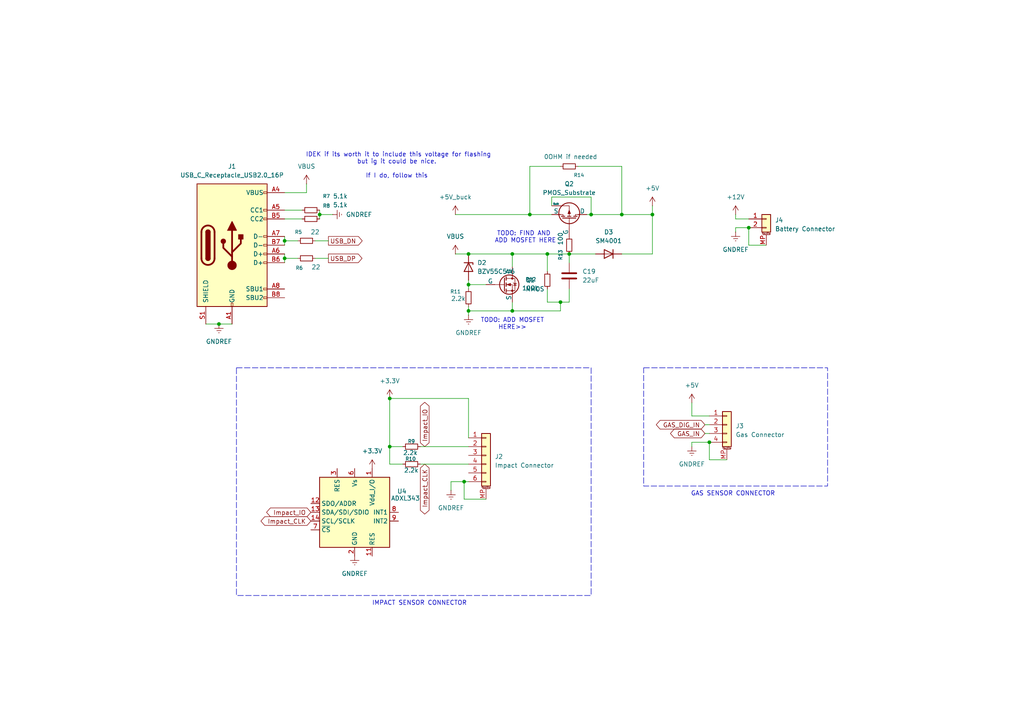
<source format=kicad_sch>
(kicad_sch (version 20250114) (generator "eeschema") (generator_version "9.0")
  (paper "A4")
  (title_block (date "2025-10-01"))
  (lib_symbols
    (symbol "Connector:USB_C_Receptacle_USB2.0_16P" (pin_names (offset 1.016))
      (property "Reference" "J" (at 0 22.225 0))
      (property "Value" "USB_C_Receptacle_USB2.0_16P" (at 0 19.685 0))
      (symbol "USB_C_Receptacle_USB2.0_16P_0_0"
        (rectangle (start -0.254 -17.78) (end 0.254 -16.764))
        (rectangle (start 10.16 15.494) (end 9.144 14.986))
        (rectangle (start 10.16 10.414) (end 9.144 9.906))
        (rectangle (start 10.16 7.874) (end 9.144 7.366))
        (rectangle (start 10.16 2.794) (end 9.144 2.286))
        (rectangle (start 10.16 0.254) (end 9.144 -0.254))
        (rectangle (start 10.16 -2.286) (end 9.144 -2.794))
        (rectangle (start 10.16 -4.826) (end 9.144 -5.334))
        (rectangle (start 10.16 -12.446) (end 9.144 -12.954))
        (rectangle (start 10.16 -14.986) (end 9.144 -15.494))
      )
      (symbol "USB_C_Receptacle_USB2.0_16P_0_1"
        (rectangle (start -10.16 17.78) (end 10.16 -17.78) (stroke (width 0.254)) (fill (type background)))
        (polyline (pts (xy -8.89 -3.81) (xy -8.89 3.81)) (stroke (width 0.508)))
        (rectangle (start -7.62 -3.81) (end -6.35 3.81) (stroke (width 0.254)) (fill (type outline)))
        (arc (start -7.62 3.81) (mid -6.985 4.4423) (end -6.35 3.81) (stroke (width 0.254)))
        (arc (start -7.62 3.81) (mid -6.985 4.4423) (end -6.35 3.81) (stroke (width 0.254)) (fill (type outline)))
        (arc (start -8.89 3.81) (mid -6.985 5.7067) (end -5.08 3.81) (stroke (width 0.508)))
        (arc (start -5.08 -3.81) (mid -6.985 -5.7067) (end -8.89 -3.81) (stroke (width 0.508)))
        (arc (start -6.35 -3.81) (mid -6.985 -4.4423) (end -7.62 -3.81) (stroke (width 0.254)))
        (arc (start -6.35 -3.81) (mid -6.985 -4.4423) (end -7.62 -3.81) (stroke (width 0.254)) (fill (type outline)))
        (polyline (pts (xy -5.08 3.81) (xy -5.08 -3.81)) (stroke (width 0.508)))
        (circle (center -2.54 1.143) (radius 0.635) (stroke (width 0.254)) (fill (type outline)))
        (polyline (pts (xy -1.27 4.318) (xy 0 6.858) (xy 1.27 4.318) (xy -1.27 4.318)) (stroke (width 0.254)) (fill (type outline)))
        (polyline (pts (xy 0 -2.032) (xy 2.54 0.508) (xy 2.54 1.778)) (stroke (width 0.508)))
        (polyline (pts (xy 0 -3.302) (xy -2.54 -0.762) (xy -2.54 0.508)) (stroke (width 0.508)))
        (polyline (pts (xy 0 -5.842) (xy 0 4.318)) (stroke (width 0.508)))
        (circle (center 0 -5.842) (radius 1.27) (fill (type outline)))
        (rectangle (start 1.905 1.778) (end 3.175 3.048) (stroke (width 0.254)) (fill (type outline)))
      )
      (symbol "USB_C_Receptacle_USB2.0_16P_1_1"
        (pin passive line (at -7.62 -22.86 90) (length 5.08) (name "SHIELD") (number "S1"))
        (pin passive line (at 0 -22.86 90) (length 5.08) (name "GND") (number "A1"))
        (pin passive line (at 0 -22.86 90) (length 5.08) (hide yes) (name "GND") (number "A12"))
        (pin passive line (at 0 -22.86 90) (length 5.08) (hide yes) (name "GND") (number "B1"))
        (pin passive line (at 0 -22.86 90) (length 5.08) (hide yes) (name "GND") (number "B12"))
        (pin passive line (at 15.24 15.24 180) (length 5.08) (name "VBUS") (number "A4"))
        (pin passive line (at 15.24 15.24 180) (length 5.08) (hide yes) (name "VBUS") (number "A9"))
        (pin passive line (at 15.24 15.24 180) (length 5.08) (hide yes) (name "VBUS") (number "B4"))
        (pin passive line (at 15.24 15.24 180) (length 5.08) (hide yes) (name "VBUS") (number "B9"))
        (pin bidirectional line (at 15.24 10.16 180) (length 5.08) (name "CC1") (number "A5"))
        (pin bidirectional line (at 15.24 7.62 180) (length 5.08) (name "CC2") (number "B5"))
        (pin bidirectional line (at 15.24 2.54 180) (length 5.08) (name "D-") (number "A7"))
        (pin bidirectional line (at 15.24 0 180) (length 5.08) (name "D-") (number "B7"))
        (pin bidirectional line (at 15.24 -2.54 180) (length 5.08) (name "D+") (number "A6"))
        (pin bidirectional line (at 15.24 -5.08 180) (length 5.08) (name "D+") (number "B6"))
        (pin bidirectional line (at 15.24 -12.7 180) (length 5.08) (name "SBU1") (number "A8"))
        (pin bidirectional line (at 15.24 -15.24 180) (length 5.08) (name "SBU2") (number "B8"))
      )
    )
    (symbol "Connector_Generic_MountingPin:Conn_01x02_MountingPin" (pin_names (offset 1.016) (hide yes))
      (property "Reference" "J" (at 0 2.54 0))
      (property "Value" "Conn_01x02_MountingPin" (at 1.27 -5.08 0))
      (symbol "Conn_01x02_MountingPin_1_1"
        (rectangle (start -1.27 1.27) (end 1.27 -3.81) (stroke (width 0.254)) (fill (type background)))
        (rectangle (start -1.27 0.127) (end 0 -0.127) (stroke (width 0.1524)))
        (rectangle (start -1.27 -2.413) (end 0 -2.667) (stroke (width 0.1524)))
        (polyline (pts (xy -1.016 -4.572) (xy 1.016 -4.572)) (stroke (width 0.1524)))
        (text "Mounting" (at 0 -4.191 0) (effects (font (size 0.381 0.381))))
        (pin passive line (at -5.08 0 0) (length 3.81) (name "Pin_1") (number "1"))
        (pin passive line (at -5.08 -2.54 0) (length 3.81) (name "Pin_2") (number "2"))
        (pin passive line (at 0 -7.62 90) (length 3.048) (name "MountPin") (number "MP"))
      )
    )
    (symbol "Connector_Generic_MountingPin:Conn_01x04_MountingPin" (pin_names (offset 1.016) (hide yes))
      (property "Reference" "J" (at 0 5.08 0))
      (property "Value" "Conn_01x04_MountingPin" (at 1.27 -7.62 0))
      (symbol "Conn_01x04_MountingPin_1_1"
        (rectangle (start -1.27 3.81) (end 1.27 -6.35) (stroke (width 0.254)) (fill (type background)))
        (rectangle (start -1.27 2.667) (end 0 2.413) (stroke (width 0.1524)))
        (rectangle (start -1.27 0.127) (end 0 -0.127) (stroke (width 0.1524)))
        (rectangle (start -1.27 -2.413) (end 0 -2.667) (stroke (width 0.1524)))
        (rectangle (start -1.27 -4.953) (end 0 -5.207) (stroke (width 0.1524)))
        (polyline (pts (xy -1.016 -7.112) (xy 1.016 -7.112)) (stroke (width 0.1524)))
        (text "Mounting" (at 0 -6.731 0) (effects (font (size 0.381 0.381))))
        (pin passive line (at -5.08 2.54 0) (length 3.81) (name "Pin_1") (number "1"))
        (pin passive line (at -5.08 0 0) (length 3.81) (name "Pin_2") (number "2"))
        (pin passive line (at -5.08 -2.54 0) (length 3.81) (name "Pin_3") (number "3"))
        (pin passive line (at -5.08 -5.08 0) (length 3.81) (name "Pin_4") (number "4"))
        (pin passive line (at 0 -10.16 90) (length 3.048) (name "MountPin") (number "MP"))
      )
    )
    (symbol "Connector_Generic_MountingPin:Conn_01x06_MountingPin" (pin_names (offset 1.016) (hide yes))
      (property "Reference" "J" (at 0 7.62 0))
      (property "Value" "Conn_01x06_MountingPin" (at 1.27 -10.16 0))
      (symbol "Conn_01x06_MountingPin_1_1"
        (rectangle (start -1.27 6.35) (end 1.27 -8.89) (stroke (width 0.254)) (fill (type background)))
        (rectangle (start -1.27 5.207) (end 0 4.953) (stroke (width 0.1524)))
        (rectangle (start -1.27 2.667) (end 0 2.413) (stroke (width 0.1524)))
        (rectangle (start -1.27 0.127) (end 0 -0.127) (stroke (width 0.1524)))
        (rectangle (start -1.27 -2.413) (end 0 -2.667) (stroke (width 0.1524)))
        (rectangle (start -1.27 -4.953) (end 0 -5.207) (stroke (width 0.1524)))
        (rectangle (start -1.27 -7.493) (end 0 -7.747) (stroke (width 0.1524)))
        (polyline (pts (xy -1.016 -9.652) (xy 1.016 -9.652)) (stroke (width 0.1524)))
        (text "Mounting" (at 0 -9.271 0) (effects (font (size 0.381 0.381))))
        (pin passive line (at -5.08 5.08 0) (length 3.81) (name "Pin_1") (number "1"))
        (pin passive line (at -5.08 2.54 0) (length 3.81) (name "Pin_2") (number "2"))
        (pin passive line (at -5.08 0 0) (length 3.81) (name "Pin_3") (number "3"))
        (pin passive line (at -5.08 -2.54 0) (length 3.81) (name "Pin_4") (number "4"))
        (pin passive line (at -5.08 -5.08 0) (length 3.81) (name "Pin_5") (number "5"))
        (pin passive line (at -5.08 -7.62 0) (length 3.81) (name "Pin_6") (number "6"))
        (pin passive line (at 0 -12.7 90) (length 3.048) (name "MountPin") (number "MP"))
      )
    )
    (symbol "Device:C" (pin_numbers (hide yes)) (pin_names (offset 0.254))
      (property "Reference" "C" (at 0.635 2.54 0))
      (property "Value" "C" (at 0.635 -2.54 0))
      (symbol "C_0_1"
        (polyline (pts (xy -2.032 0.762) (xy 2.032 0.762)) (stroke (width 0.508)))
        (polyline (pts (xy -2.032 -0.762) (xy 2.032 -0.762)) (stroke (width 0.508)))
      )
      (symbol "C_1_1"
        (pin passive line (at 0 3.81 270) (length 2.794) (name "~") (number "1"))
        (pin passive line (at 0 -3.81 90) (length 2.794) (name "~") (number "2"))
      )
    )
    (symbol "Device:R_Small" (pin_numbers (hide yes)) (pin_names (offset 0.254) (hide yes))
      (property "Reference" "R" (at 0 0 90))
      (property "Value" "R_Small" (at 1.778 0 90))
      (symbol "R_Small_0_1"
        (rectangle (start -0.762 1.778) (end 0.762 -1.778) (stroke (width 0.2032)))
      )
      (symbol "R_Small_1_1"
        (pin passive line (at 0 2.54 270) (length 0.762) (name "~") (number "1"))
        (pin passive line (at 0 -2.54 90) (length 0.762) (name "~") (number "2"))
      )
    )
    (symbol "Diode:BZV55C5V6" (pin_numbers (hide yes)) (pin_names (hide yes))
      (property "Reference" "D" (at 0 2.54 0))
      (property "Value" "BZV55C5V6" (at 0 -2.54 0))
      (symbol "BZV55C5V6_0_1"
        (polyline (pts (xy -1.27 -1.27) (xy -1.27 1.27) (xy -0.762 1.27)) (stroke (width 0.254)))
        (polyline (pts (xy 1.27 0) (xy -1.27 0)))
        (polyline (pts (xy 1.27 -1.27) (xy 1.27 1.27) (xy -1.27 0) (xy 1.27 -1.27)) (stroke (width 0.254)))
      )
      (symbol "BZV55C5V6_1_1"
        (pin passive line (at -3.81 0 0) (length 2.54) (name "K") (number "1"))
        (pin passive line (at 3.81 0 180) (length 2.54) (name "A") (number "2"))
      )
    )
    (symbol "Diode:SM4001" (pin_numbers (hide yes)) (pin_names (hide yes))
      (property "Reference" "D" (at 0 2.54 0))
      (property "Value" "SM4001" (at 0 -2.54 0))
      (symbol "SM4001_0_1"
        (polyline (pts (xy -1.27 1.27) (xy -1.27 -1.27)) (stroke (width 0.254)))
        (polyline (pts (xy 1.27 1.27) (xy 1.27 -1.27) (xy -1.27 0) (xy 1.27 1.27)) (stroke (width 0.254)))
        (polyline (pts (xy 1.27 0) (xy -1.27 0)))
      )
      (symbol "SM4001_1_1"
        (pin passive line (at -3.81 0 0) (length 2.54) (name "K") (number "1"))
        (pin passive line (at 3.81 0 180) (length 2.54) (name "A") (number "2"))
      )
    )
    (symbol "Sensor_Motion:ADXL343"
      (property "Reference" "U" (at -8.89 11.43 0))
      (property "Value" "ADXL343" (at -7.62 -11.43 0))
      (symbol "ADXL343_0_1"
        (rectangle (start -10.16 10.16) (end 10.16 -10.16) (stroke (width 0.254)) (fill (type background)))
      )
      (symbol "ADXL343_1_1"
        (pin bidirectional line (at -12.7 2.54 0) (length 2.54) (name "SDO/ADDR") (number "12"))
        (pin bidirectional line (at -12.7 0 0) (length 2.54) (name "SDA/SDI/SDIO") (number "13"))
        (pin input line (at -12.7 -2.54 0) (length 2.54) (name "SCL/SCLK") (number "14"))
        (pin input line (at -12.7 -5.08 0) (length 2.54) (name "~{CS}") (number "7"))
        (pin passive line (at -5.08 12.7 270) (length 2.54) (name "RES") (number "3"))
        (pin no_connect line (at -5.08 -10.16 90) (length 2.54) (hide yes) (name "NC") (number "10"))
        (pin power_in line (at 0 12.7 270) (length 2.54) (name "Vs") (number "6"))
        (pin power_in line (at 0 -12.7 90) (length 2.54) (name "GND") (number "2"))
        (pin passive line (at 0 -12.7 90) (length 2.54) (hide yes) (name "GND") (number "4"))
        (pin passive line (at 0 -12.7 90) (length 2.54) (hide yes) (name "GND") (number "5"))
        (pin power_in line (at 5.08 12.7 270) (length 2.54) (name "Vdd_I/O") (number "1"))
        (pin passive line (at 5.08 -12.7 90) (length 2.54) (name "RES") (number "11"))
        (pin output line (at 12.7 0 180) (length 2.54) (name "INT1") (number "8"))
        (pin output line (at 12.7 -2.54 180) (length 2.54) (name "INT2") (number "9"))
      )
    )
    (symbol "Simulation_SPICE:NMOS" (pin_numbers (hide yes)) (pin_names (offset 0))
      (property "Reference" "Q1" (at 6.35 1.2701 0))
      (property "Value" "NMOS" (at 6.35 -1.2699 0))
      (symbol "NMOS_0_1"
        (polyline (pts (xy 0.254 1.905) (xy 0.254 -1.905)) (stroke (width 0.254)))
        (polyline (pts (xy 0.254 0) (xy -2.54 0)))
        (polyline (pts (xy 0.762 2.286) (xy 0.762 1.27)) (stroke (width 0.254)))
        (polyline (pts (xy 0.762 0.508) (xy 0.762 -0.508)) (stroke (width 0.254)))
        (polyline (pts (xy 0.762 -1.27) (xy 0.762 -2.286)) (stroke (width 0.254)))
        (polyline (pts (xy 0.762 -1.778) (xy 3.302 -1.778) (xy 3.302 1.778) (xy 0.762 1.778)))
        (polyline (pts (xy 1.016 0) (xy 2.032 0.381) (xy 2.032 -0.381) (xy 1.016 0)) (fill (type outline)))
        (circle (center 1.651 0) (radius 2.794) (stroke (width 0.254)))
        (polyline (pts (xy 2.54 2.54) (xy 2.54 1.778)))
        (circle (center 2.54 1.778) (radius 0.254) (fill (type outline)))
        (circle (center 2.54 -1.778) (radius 0.254) (fill (type outline)))
        (polyline (pts (xy 2.54 -2.54) (xy 2.54 0) (xy 0.762 0)))
        (polyline (pts (xy 2.794 0.508) (xy 2.921 0.381) (xy 3.683 0.381) (xy 3.81 0.254)))
        (polyline (pts (xy 3.302 0.381) (xy 2.921 -0.254) (xy 3.683 -0.254) (xy 3.302 0.381)))
      )
      (symbol "NMOS_1_1"
        (pin input line (at -5.08 0 0) (length 2.54) (name "G") (number "1"))
        (pin passive line (at 2.54 5.08 270) (length 2.54) (name "D") (number "3"))
        (pin passive line (at 2.54 -5.08 90) (length 2.54) (name "S") (number "2"))
      )
    )
    (symbol "Simulation_SPICE:PMOS_Substrate" (pin_numbers (hide yes)) (pin_names (offset 0))
      (property "Reference" "Q2" (at 11.43 0 90))
      (property "Value" "PMOS_Substrate" (at 8.89 0 90))
      (symbol "PMOS_Substrate_0_1"
        (polyline (pts (xy 1.524 1.905) (xy 1.524 -1.905)) (stroke (width 0.254)))
        (polyline (pts (xy 1.524 0) (xy -1.27 0)))
        (polyline (pts (xy 2.032 2.286) (xy 2.032 1.27)) (stroke (width 0.254)))
        (polyline (pts (xy 2.032 1.778) (xy 2.54 1.778) (xy 2.54 2.54)))
        (polyline (pts (xy 2.032 0.508) (xy 2.032 -0.508)) (stroke (width 0.254)))
        (polyline (pts (xy 2.032 -1.27) (xy 2.032 -2.286)) (stroke (width 0.254)))
        (polyline (pts (xy 2.54 -2.54) (xy 2.54 -1.778) (xy 2.032 -1.778)))
        (circle (center 2.921 0) (radius 3.0294) (stroke (width 0.254)))
        (polyline (pts (xy 3.81 0) (xy 2.794 0.381) (xy 2.794 -0.381) (xy 3.81 0)) (fill (type outline)))
        (polyline (pts (xy 5.08 -2.54) (xy 5.08 0) (xy 2.032 0)))
      )
      (symbol "PMOS_Substrate_1_1"
        (pin input line (at -3.81 0 0) (length 2.54) (name "G") (number "1"))
        (pin passive line (at 2.54 5.08 270) (length 2.54) (name "D") (number "2"))
        (pin passive line (at 2.54 -5.08 90) (length 2.54) (name "S") (number "3"))
        (pin input line (at 5.08 -5.08 90) (length 2.54) (name "Bulk") (number "4"))
      )
    )
    (symbol "power:+12V" (power) (pin_numbers (hide yes)) (pin_names (offset 0) (hide yes))
      (property "Value" "+12V" (at 0 3.556 0))
      (symbol "+12V_0_1"
        (polyline (pts (xy -0.762 1.27) (xy 0 2.54)))
        (polyline (pts (xy 0 2.54) (xy 0.762 1.27)))
        (polyline (pts (xy 0 0) (xy 0 2.54)))
      )
      (symbol "+12V_1_1"
        (pin power_in line (at 0 0 90) (length 0) (name "~") (number "1"))
      )
    )
    (symbol "power:+3.3V" (power) (pin_numbers (hide yes)) (pin_names (offset 0) (hide yes))
      (property "Value" "+3.3V" (at 0 3.556 0))
      (symbol "+3.3V_0_1"
        (polyline (pts (xy -0.762 1.27) (xy 0 2.54)))
        (polyline (pts (xy 0 2.54) (xy 0.762 1.27)))
        (polyline (pts (xy 0 0) (xy 0 2.54)))
      )
      (symbol "+3.3V_1_1"
        (pin power_in line (at 0 0 90) (length 0) (name "~") (number "1"))
      )
    )
    (symbol "power:+5V" (power) (pin_numbers (hide yes)) (pin_names (offset 0) (hide yes))
      (property "Value" "+5V" (at 0 3.556 0))
      (symbol "+5V_0_1"
        (polyline (pts (xy -0.762 1.27) (xy 0 2.54)))
        (polyline (pts (xy 0 2.54) (xy 0.762 1.27)))
        (polyline (pts (xy 0 0) (xy 0 2.54)))
      )
      (symbol "+5V_1_1"
        (pin power_in line (at 0 0 90) (length 0) (name "~") (number "1"))
      )
    )
    (symbol "power:GNDREF" (power) (pin_numbers (hide yes)) (pin_names (offset 0) (hide yes))
      (property "Value" "GNDREF" (at 0 -3.81 0))
      (symbol "GNDREF_0_1"
        (polyline (pts (xy -0.635 -1.905) (xy 0.635 -1.905)))
        (polyline (pts (xy -0.127 -2.54) (xy 0.127 -2.54)))
        (polyline (pts (xy 0 -1.27) (xy 0 0)))
        (polyline (pts (xy 1.27 -1.27) (xy -1.27 -1.27)))
      )
      (symbol "GNDREF_1_1"
        (pin power_in line (at 0 0 270) (length 0) (name "~") (number "1"))
      )
    )
    (symbol "power:VBUS" (power) (pin_numbers (hide yes)) (pin_names (offset 0) (hide yes))
      (property "Value" "VBUS" (at 0 3.556 0))
      (symbol "VBUS_0_1"
        (polyline (pts (xy -0.762 1.27) (xy 0 2.54)))
        (polyline (pts (xy 0 2.54) (xy 0.762 1.27)))
        (polyline (pts (xy 0 0) (xy 0 2.54)))
      )
      (symbol "VBUS_1_1"
        (pin power_in line (at 0 0 90) (length 0) (name "~") (number "1"))
      )
    )
  )
  (rectangle (start 186.69 106.68) (end 240.03 140.97) (stroke (width 0) (type dash)))
  (rectangle (start 68.58 106.68) (end 171.45 172.72) (stroke (width 0) (type dash)))
  (text "TODO: FIND AND \nADD MOSFET HERE" (at 152.4 68.834 0) (effects (font (size 1.27 1.27))))
  (text "IDEK if its worth it to include this voltage for flashing\nbut ig it could be nice. \n\nIf I do, follow this " (at 115.57 48.006 0) (effects (font (size 1.27 1.27))))
  (text "TODO: ADD MOSFET \nHERE>> " (at 149.098 93.98 0) (effects (font (size 1.27 1.27))))
  (text "IMPACT SENSOR CONNECTOR" (at 121.666 175.006 0) (effects (font (size 1.27 1.27))))
  (text "GAS SENSOR CONNECTOR" (at 212.598 143.256 0) (effects (font (size 1.27 1.27))))
  (junction (at 92.71 62.23))
  (junction (at 217.17 66.04))
  (junction (at 135.89 90.17))
  (junction (at 82.55 69.85))
  (junction (at 82.55 74.93))
  (junction (at 153.67 62.23))
  (junction (at 148.59 73.66))
  (junction (at 113.03 129.54))
  (junction (at 148.59 90.17))
  (junction (at 158.75 73.66))
  (junction (at 205.74 128.27))
  (junction (at 162.56 87.63))
  (junction (at 171.45 62.23))
  (junction (at 134.62 139.7))
  (junction (at 165.1 73.66))
  (junction (at 135.89 73.66))
  (junction (at 113.03 115.57))
  (junction (at 189.23 62.23))
  (junction (at 63.5 93.98))
  (junction (at 135.89 82.55))
  (junction (at 180.34 62.23))
  (wire (pts (xy 160.02 57.15) (xy 171.45 57.15)))
  (wire (pts (xy 162.56 87.63) (xy 165.1 87.63)))
  (wire (pts (xy 135.89 90.17) (xy 135.89 91.44)))
  (wire (pts (xy 82.55 69.85) (xy 82.55 71.12)))
  (wire (pts (xy 82.55 74.93) (xy 86.36 74.93)))
  (wire (pts (xy 88.9 53.34) (xy 88.9 55.88)))
  (wire (pts (xy 165.1 73.66) (xy 172.72 73.66)))
  (wire (pts (xy 91.44 74.93) (xy 95.25 74.93)))
  (wire (pts (xy 134.62 139.7) (xy 130.81 139.7)))
  (wire (pts (xy 135.89 82.55) (xy 135.89 83.82)))
  (wire (pts (xy 82.55 74.93) (xy 82.55 76.2)))
  (wire (pts (xy 132.08 73.66) (xy 135.89 73.66)))
  (wire (pts (xy 189.23 62.23) (xy 189.23 73.66)))
  (wire (pts (xy 160.02 59.69) (xy 160.02 57.15)))
  (wire (pts (xy 82.55 69.85) (xy 86.36 69.85)))
  (wire (pts (xy 59.69 93.98) (xy 63.5 93.98)))
  (wire (pts (xy 134.62 144.78) (xy 140.97 144.78)))
  (wire (pts (xy 158.75 78.74) (xy 158.75 73.66)))
  (wire (pts (xy 92.71 62.23) (xy 92.71 60.96)))
  (wire (pts (xy 167.64 48.26) (xy 180.34 48.26)))
  (wire (pts (xy 217.17 63.5) (xy 213.36 63.5)))
  (wire (pts (xy 189.23 59.69) (xy 189.23 62.23)))
  (wire (pts (xy 92.71 62.23) (xy 96.52 62.23)))
  (wire (pts (xy 205.74 133.35) (xy 210.82 133.35)))
  (wire (pts (xy 135.89 73.66) (xy 148.59 73.66)))
  (wire (pts (xy 134.62 139.7) (xy 134.62 144.78)))
  (wire (pts (xy 205.74 128.27) (xy 205.74 133.35)))
  (wire (pts (xy 135.89 115.57) (xy 135.89 127)))
  (wire (pts (xy 121.92 134.62) (xy 135.89 134.62)))
  (wire (pts (xy 165.1 87.63) (xy 165.1 83.82)))
  (wire (pts (xy 158.75 73.66) (xy 165.1 73.66)))
  (wire (pts (xy 135.89 88.9) (xy 135.89 90.17)))
  (wire (pts (xy 121.92 129.54) (xy 135.89 129.54)))
  (wire (pts (xy 132.08 62.23) (xy 153.67 62.23)))
  (wire (pts (xy 63.5 93.98) (xy 67.31 93.98)))
  (wire (pts (xy 135.89 82.55) (xy 140.97 82.55)))
  (wire (pts (xy 217.17 71.12) (xy 222.25 71.12)))
  (wire (pts (xy 135.89 90.17) (xy 148.59 90.17)))
  (wire (pts (xy 217.17 66.04) (xy 217.17 71.12)))
  (wire (pts (xy 213.36 67.31) (xy 213.36 66.04)))
  (wire (pts (xy 171.45 57.15) (xy 171.45 62.23)))
  (wire (pts (xy 87.63 63.5) (xy 82.55 63.5)))
  (wire (pts (xy 180.34 48.26) (xy 180.34 62.23)))
  (wire (pts (xy 82.55 73.66) (xy 82.55 74.93)))
  (wire (pts (xy 91.44 69.85) (xy 95.25 69.85)))
  (wire (pts (xy 213.36 62.23) (xy 213.36 63.5)))
  (wire (pts (xy 200.66 116.84) (xy 200.66 120.65)))
  (wire (pts (xy 113.03 134.62) (xy 113.03 129.54)))
  (wire (pts (xy 153.67 48.26) (xy 162.56 48.26)))
  (wire (pts (xy 87.63 60.96) (xy 82.55 60.96)))
  (wire (pts (xy 148.59 90.17) (xy 148.59 87.63)))
  (wire (pts (xy 162.56 90.17) (xy 162.56 87.63)))
  (wire (pts (xy 148.59 90.17) (xy 162.56 90.17)))
  (wire (pts (xy 148.59 73.66) (xy 158.75 73.66)))
  (wire (pts (xy 135.89 139.7) (xy 134.62 139.7)))
  (wire (pts (xy 148.59 73.66) (xy 148.59 77.47)))
  (wire (pts (xy 171.45 62.23) (xy 180.34 62.23)))
  (wire (pts (xy 158.75 83.82) (xy 158.75 87.63)))
  (wire (pts (xy 180.34 73.66) (xy 189.23 73.66)))
  (wire (pts (xy 113.03 115.57) (xy 113.03 129.54)))
  (wire (pts (xy 153.67 62.23) (xy 153.67 48.26)))
  (wire (pts (xy 204.47 125.73) (xy 205.74 125.73)))
  (wire (pts (xy 204.47 123.19) (xy 205.74 123.19)))
  (wire (pts (xy 82.55 68.58) (xy 82.55 69.85)))
  (wire (pts (xy 116.84 134.62) (xy 113.03 134.62)))
  (wire (pts (xy 116.84 129.54) (xy 113.03 129.54)))
  (wire (pts (xy 135.89 81.28) (xy 135.89 82.55)))
  (wire (pts (xy 205.74 128.27) (xy 200.66 128.27)))
  (wire (pts (xy 130.81 139.7) (xy 130.81 142.24)))
  (wire (pts (xy 165.1 73.66) (xy 165.1 76.2)))
  (wire (pts (xy 180.34 62.23) (xy 189.23 62.23)))
  (wire (pts (xy 200.66 120.65) (xy 205.74 120.65)))
  (wire (pts (xy 213.36 66.04) (xy 217.17 66.04)))
  (wire (pts (xy 200.66 128.27) (xy 200.66 129.54)))
  (wire (pts (xy 153.67 62.23) (xy 160.02 62.23)))
  (wire (pts (xy 170.18 62.23) (xy 171.45 62.23)))
  (wire (pts (xy 113.03 115.57) (xy 135.89 115.57)))
  (wire (pts (xy 158.75 87.63) (xy 162.56 87.63)))
  (wire (pts (xy 82.55 55.88) (xy 88.9 55.88)))
  (wire (pts (xy 92.71 63.5) (xy 92.71 62.23)))
  (global_label "Impact_CLK" (shape bidirectional) (at 123.19 134.62 270) (property "Intersheetrefs" "${INTERSHEET_REFS}" (effects (hide yes))))
  (global_label "Impact_IO" (shape bidirectional) (at 90.17 148.59 180) (property "Intersheetrefs" "${INTERSHEET_REFS}" (effects (hide yes))))
  (global_label "GAS_DIG_IN" (shape bidirectional) (at 204.47 123.19 180) (property "Intersheetrefs" "${INTERSHEET_REFS}" (effects (hide yes))))
  (global_label "Impact_IO" (shape bidirectional) (at 123.19 129.54 90) (property "Intersheetrefs" "${INTERSHEET_REFS}" (effects (hide yes))))
  (global_label "GAS_IN" (shape bidirectional) (at 204.47 125.73 180) (property "Intersheetrefs" "${INTERSHEET_REFS}" (effects (hide yes))))
  (global_label "USB_DP" (shape output) (at 95.25 74.93 0) (property "Intersheetrefs" "${INTERSHEET_REFS}" (effects (hide yes))))
  (global_label "USB_DN" (shape output) (at 95.25 69.85 0) (property "Intersheetrefs" "${INTERSHEET_REFS}" (effects (hide yes))))
  (global_label "Impact_CLK" (shape bidirectional) (at 90.17 151.13 180) (property "Intersheetrefs" "${INTERSHEET_REFS}" (effects (hide yes))))
  (symbol (lib_id "Simulation_SPICE:NMOS") (at 146.05 82.55 0) (unit 1)
    (property "Reference" "Q1" (at 152.4 81.2799 0) (effects (justify left)))
    (property "Value" "NMOS" (at 152.4 83.8199 0) (effects (justify left)))
    (property "Footprint" "Package_TO_SOT_SMD:SOT-23" (effects (hide yes)))
    (property "Datasheet" "https://ngspice.sourceforge.io/docs/ngspice-html-manual/manual.xhtml#cha_MOSFETs" (effects (hide yes)))
    (property "Description" "N-MOSFET transistor, drain/source/gate" (effects (hide yes)))
    (property "Sim.Device" "NMOS" (effects (hide yes)))
    (property "Sim.Type" "VDMOS" (effects (hide yes)))
    (property "Sim.Pins" "1=D 2=G 3=S" (effects (hide yes)))
  )
  (symbol (lib_id "power:GNDREF") (at 102.87 161.29 0) (unit 1)
    (property "Reference" "#PWR029" (effects (hide yes)))
    (property "Value" "GNDREF" (at 102.87 166.37 0))
    (property "Description" "Power symbol creates a global label with name \"GNDREF\" , reference supply ground" (effects (hide yes)))
  )
  (symbol (lib_id "Diode:BZV55C5V6") (at 135.89 77.47 270) (unit 1)
    (property "Reference" "D2" (at 138.43 76.1999 90) (effects (justify left)))
    (property "Value" "BZV55C5V6" (at 138.43 78.7399 90) (effects (justify left)))
    (property "Footprint" "Diode_SMD:D_MiniMELF" (effects (hide yes)))
    (property "Datasheet" "https://assets.nexperia.com/documents/data-sheet/BZV55_SER.pdf" (effects (hide yes)))
    (property "Description" "5.6V, 500mW, 5%, Zener diode, MiniMELF" (effects (hide yes)))
  )
  (symbol (lib_id "Connector:USB_C_Receptacle_USB2.0_16P") (at 67.31 71.12 0) (unit 1)
    (property "Reference" "J1" (at 67.31 48.26 0))
    (property "Value" "USB_C_Receptacle_USB2.0_16P" (at 67.31 50.8 0))
    (property "Footprint" "Connector_USB:USB_C_Receptacle_G-Switch_GT-USB-7010ASV" (effects (hide yes)))
    (property "Datasheet" "https://www.usb.org/sites/default/files/documents/usb_type-c.zip" (effects (hide yes)))
    (property "Description" "USB 2.0-only 16P Type-C Receptacle connector" (effects (hide yes)))
  )
  (symbol (lib_id "power:+3.3V") (at 113.03 115.57 0) (unit 1)
    (property "Reference" "#PWR031" (effects (hide yes)))
    (property "Value" "+3.3V" (at 113.03 110.49 0))
    (property "Description" "Power symbol creates a global label with name \"+3.3V\"" (effects (hide yes)))
  )
  (symbol (lib_id "Diode:SM4001") (at 176.53 73.66 180) (unit 1)
    (property "Reference" "D3" (at 176.53 67.31 0))
    (property "Value" "SM4001" (at 176.53 69.85 0))
    (property "Footprint" "Diode_SMD:D_MELF" (effects (hide yes)))
    (property "Datasheet" "http://cdn-reichelt.de/documents/datenblatt/A400/SMD1N400%23DIO.pdf" (effects (hide yes)))
    (property "Description" "50V 1A General Purpose Rectifier Diode, MELF" (effects (hide yes)))
    (property "Sim.Device" "D" (effects (hide yes)))
    (property "Sim.Pins" "1=K 2=A" (effects (hide yes)))
  )
  (symbol (lib_id "Device:R_Small") (at 88.9 69.85 270) (unit 1)
    (property "Reference" "R5" (at 87.63 67.31 90) (effects (font (size 1.016 1.016)) (justify right)))
    (property "Value" "22" (at 92.71 67.31 90) (effects (justify right)))
    (property "Footprint" "Resistor_SMD:R_0603_1608Metric_Pad0.98x0.95mm_HandSolder" (effects (hide yes)))
    (property "Description" "Resistor, small symbol" (effects (hide yes)))
  )
  (symbol (lib_id "power:GNDREF") (at 200.66 129.54 0) (unit 1)
    (property "Reference" "#PWR038" (effects (hide yes)))
    (property "Value" "GNDREF" (at 200.66 134.62 0))
    (property "Description" "Power symbol creates a global label with name \"GNDREF\" , reference supply ground" (effects (hide yes)))
  )
  (symbol (lib_id "Device:R_Small") (at 119.38 129.54 90) (unit 1)
    (property "Reference" "R9" (at 120.396 128.016 90) (effects (font (size 1.016 1.016)) (justify left)))
    (property "Value" "2.2k" (at 121.158 131.318 90) (effects (justify left)))
    (property "Footprint" "Resistor_SMD:R_0603_1608Metric_Pad0.98x0.95mm_HandSolder" (effects (hide yes)))
    (property "Description" "Resistor, small symbol" (effects (hide yes)))
  )
  (symbol (lib_id "Connector_Generic_MountingPin:Conn_01x06_MountingPin") (at 140.97 132.08 0) (unit 1)
    (property "Reference" "J2" (at 143.51 132.4355 0) (effects (justify left)))
    (property "Value" "Impact Connector" (at 143.51 134.9755 0) (effects (justify left)))
    (property "Footprint" "Connector_Molex:Molex_CLIK-Mate_502443-0670_1x06-1MP_P2.00mm_Vertical" (effects (hide yes)))
    (property "Description" "Generic connectable mounting pin connector, single row, 01x06, script generated (kicad-library-utils/schlib/autogen/connector/)" (effects (hide yes)))
  )
  (symbol (lib_id "Device:R_Small") (at 165.1 48.26 90) (unit 1)
    (property "Reference" "R14" (at 166.37 50.8 90) (effects (font (size 1.016 1.016)) (justify right)))
    (property "Value" "0OHM if needed" (at 157.734 45.466 90) (effects (justify right)))
    (property "Footprint" "Resistor_SMD:R_0603_1608Metric_Pad0.98x0.95mm_HandSolder" (effects (hide yes)))
    (property "Description" "Resistor, small symbol" (effects (hide yes)))
  )
  (symbol (lib_id "Device:C") (at 165.1 80.01 0) (unit 1)
    (property "Reference" "C19" (at 168.91 78.7399 0) (effects (justify left)))
    (property "Value" "22uF" (at 168.91 81.2799 0) (effects (justify left)))
    (property "Footprint" "Capacitor_SMD:C_0603_1608Metric_Pad1.08x0.95mm_HandSolder" (effects (hide yes)))
    (property "Description" "Unpolarized capacitor" (effects (hide yes)))
  )
  (symbol (lib_id "power:GNDREF") (at 130.81 142.24 0) (unit 1)
    (property "Reference" "#PWR032" (effects (hide yes)))
    (property "Value" "GNDREF" (at 130.81 147.32 0))
    (property "Description" "Power symbol creates a global label with name \"GNDREF\" , reference supply ground" (effects (hide yes)))
  )
  (symbol (lib_id "power:+5V") (at 132.08 62.23 0) (unit 1)
    (property "Reference" "#PWR033" (effects (hide yes)))
    (property "Value" "+5V_buck" (at 132.08 57.15 0))
    (property "Description" "Power symbol creates a global label with name \"+5V\"" (effects (hide yes)))
  )
  (symbol (lib_id "power:GNDREF") (at 96.52 62.23 90) (unit 1)
    (property "Reference" "#PWR028" (effects (hide yes)))
    (property "Value" "GNDREF" (at 100.33 62.2299 90) (effects (justify right)))
    (property "Description" "Power symbol creates a global label with name \"GNDREF\" , reference supply ground" (effects (hide yes)))
  )
  (symbol (lib_id "power:GNDREF") (at 213.36 67.31 0) (unit 1)
    (property "Reference" "#PWR044" (effects (hide yes)))
    (property "Value" "GNDREF" (at 213.36 72.39 0))
    (property "Description" "Power symbol creates a global label with name \"GNDREF\" , reference supply ground" (effects (hide yes)))
  )
  (symbol (lib_id "power:VBUS") (at 132.08 73.66 0) (unit 1)
    (property "Reference" "#PWR034" (effects (hide yes)))
    (property "Value" "VBUS" (at 132.08 68.58 0))
    (property "Description" "Power symbol creates a global label with name \"VBUS\"" (effects (hide yes)))
  )
  (symbol (lib_id "power:GNDREF") (at 135.89 91.44 0) (unit 1)
    (property "Reference" "#PWR035" (effects (hide yes)))
    (property "Value" "GNDREF" (at 135.89 96.52 0))
    (property "Description" "Power symbol creates a global label with name \"GNDREF\" , reference supply ground" (effects (hide yes)))
  )
  (symbol (lib_id "Connector_Generic_MountingPin:Conn_01x04_MountingPin") (at 210.82 123.19 0) (unit 1)
    (property "Reference" "J3" (at 213.36 123.5455 0) (effects (justify left)))
    (property "Value" "Gas Connector" (at 213.36 126.0855 0) (effects (justify left)))
    (property "Footprint" "Connector_Molex:Molex_CLIK-Mate_502443-0470_1x04-1MP_P2.00mm_Vertical" (effects (hide yes)))
    (property "Description" "Generic connectable mounting pin connector, single row, 01x04, script generated (kicad-library-utils/schlib/autogen/connector/)" (effects (hide yes)))
  )
  (symbol (lib_id "Connector_Generic_MountingPin:Conn_01x02_MountingPin") (at 222.25 63.5 0) (unit 1)
    (property "Reference" "J4" (at 224.79 63.8555 0) (effects (justify left)))
    (property "Value" "Battery Connector" (at 224.79 66.3955 0) (effects (justify left)))
    (property "Footprint" "Connector_Molex:Molex_CLIK-Mate_502443-0270_1x02-1MP_P2.00mm_Vertical" (effects (hide yes)))
    (property "Description" "Generic connectable mounting pin connector, single row, 01x02, script generated (kicad-library-utils/schlib/autogen/connector/)" (effects (hide yes)))
  )
  (symbol (lib_id "power:+12V") (at 213.36 62.23 0) (unit 1)
    (property "Reference" "#PWR045" (effects (hide yes)))
    (property "Value" "+12V" (at 213.36 57.15 0))
    (property "Description" "Power symbol creates a global label with name \"+12V\"" (effects (hide yes)))
  )
  (symbol (lib_id "power:+5V") (at 200.66 116.84 0) (unit 1)
    (property "Reference" "#PWR037" (effects (hide yes)))
    (property "Value" "+5V" (at 200.66 111.76 0))
    (property "Description" "Power symbol creates a global label with name \"+5V\"" (effects (hide yes)))
  )
  (symbol (lib_id "Sensor_Motion:ADXL343") (at 102.87 148.59 0) (unit 1)
    (property "Reference" "U4" (at 116.586 142.494 0))
    (property "Value" "ADXL343" (at 117.602 144.526 0))
    (property "Footprint" "Package_LGA:LGA-14_3x5mm_P0.8mm_LayoutBorder1x6y" (effects (hide yes)))
    (property "Datasheet" "https://www.analog.com/media/en/technical-documentation/data-sheets/ADXL343.pdf" (effects (hide yes)))
    (property "Description" "3-Axis MEMS Accelerometer, 2/4/8/16g range, I2C/SPI, LGA-14" (effects (hide yes)))
  )
  (symbol (lib_id "Device:R_Small") (at 90.17 60.96 270) (unit 1)
    (property "Reference" "R7" (at 95.758 56.896 90) (effects (font (size 1.016 1.016)) (justify right)))
    (property "Value" "5.1k" (at 100.838 56.896 90) (effects (justify right)))
    (property "Footprint" "Resistor_SMD:R_0603_1608Metric_Pad0.98x0.95mm_HandSolder" (effects (hide yes)))
    (property "Description" "Resistor, small symbol" (effects (hide yes)))
  )
  (symbol (lib_id "Device:R_Small") (at 90.17 63.5 270) (unit 1)
    (property "Reference" "R8" (at 95.758 59.69 90) (effects (font (size 1.016 1.016)) (justify right)))
    (property "Value" "5.1k" (at 100.838 59.436 90) (effects (justify right)))
    (property "Footprint" "Resistor_SMD:R_0603_1608Metric_Pad0.98x0.95mm_HandSolder" (effects (hide yes)))
    (property "Description" "Resistor, small symbol" (effects (hide yes)))
  )
  (symbol (lib_id "power:VBUS") (at 88.9 53.34 0) (unit 1)
    (property "Reference" "#PWR027" (effects (hide yes)))
    (property "Value" "VBUS" (at 88.9 48.26 0))
    (property "Description" "Power symbol creates a global label with name \"VBUS\"" (effects (hide yes)))
  )
  (symbol (lib_id "power:GNDREF") (at 63.5 93.98 0) (unit 1)
    (property "Reference" "#PWR026" (effects (hide yes)))
    (property "Value" "GNDREF" (at 63.5 99.06 0))
    (property "Description" "Power symbol creates a global label with name \"GNDREF\" , reference supply ground" (effects (hide yes)))
  )
  (symbol (lib_id "Device:R_Small") (at 88.9 74.93 270) (unit 1)
    (property "Reference" "R6" (at 87.884 77.724 90) (effects (font (size 1.016 1.016)) (justify right)))
    (property "Value" "22" (at 92.964 77.47 90) (effects (justify right)))
    (property "Footprint" "Resistor_SMD:R_0603_1608Metric_Pad0.98x0.95mm_HandSolder" (effects (hide yes)))
    (property "Description" "Resistor, small symbol" (effects (hide yes)))
  )
  (symbol (lib_id "Simulation_SPICE:PMOS_Substrate") (at 165.1 64.77 270) (mirror x) (unit 1)
    (property "Reference" "Q2" (at 165.1 53.34 90))
    (property "Value" "PMOS_Substrate" (at 165.1 55.88 90))
    (property "Footprint" "Package_TO_SOT_SMD:SOT-223" (effects (hide yes)))
    (property "Datasheet" "https://ngspice.sourceforge.io/docs/ngspice-html-manual/manual.xhtml#cha_MOSFETs" (effects (hide yes)))
    (property "Description" "P-channel MOSFET symbol with substrate (bulk) pin" (effects (hide yes)))
    (property "Sim.Device" "PMOS" (effects (hide yes)))
    (property "Sim.Type" "MOS1" (effects (hide yes)))
    (property "Sim.Pins" "1=D 2=G 3=S 4=B" (effects (hide yes)))
  )
  (symbol (lib_id "Device:R_Small") (at 135.89 86.36 0) (unit 1)
    (property "Reference" "R11" (at 130.556 84.582 0) (effects (font (size 1.016 1.016)) (justify left)))
    (property "Value" "2.2k" (at 130.81 86.614 0) (effects (justify left)))
    (property "Footprint" "Resistor_SMD:R_0603_1608Metric_Pad0.98x0.95mm_HandSolder" (effects (hide yes)))
    (property "Description" "Resistor, small symbol" (effects (hide yes)))
  )
  (symbol (lib_id "Device:R_Small") (at 119.38 134.62 90) (unit 1)
    (property "Reference" "R10" (at 120.65 133.096 90) (effects (font (size 1.016 1.016)) (justify left)))
    (property "Value" "2.2k" (at 121.412 136.398 90) (effects (justify left)))
    (property "Footprint" "Resistor_SMD:R_0603_1608Metric_Pad0.98x0.95mm_HandSolder" (effects (hide yes)))
    (property "Description" "Resistor, small symbol" (effects (hide yes)))
  )
  (symbol (lib_id "power:+5V") (at 189.23 59.69 0) (unit 1)
    (property "Reference" "#PWR036" (effects (hide yes)))
    (property "Value" "+5V" (at 189.23 54.61 0))
    (property "Description" "Power symbol creates a global label with name \"+5V\"" (effects (hide yes)))
  )
  (symbol (lib_id "Device:R_Small") (at 165.1 71.12 0) (unit 1)
    (property "Reference" "R13" (at 162.56 72.39 90) (effects (font (size 1.016 1.016)) (justify right)))
    (property "Value" "100" (at 162.56 67.31 90) (effects (justify right)))
    (property "Footprint" "Resistor_SMD:R_0603_1608Metric_Pad0.98x0.95mm_HandSolder" (effects (hide yes)))
    (property "Description" "Resistor, small symbol" (effects (hide yes)))
  )
  (symbol (lib_id "Device:R_Small") (at 158.75 81.28 0) (unit 1)
    (property "Reference" "R12" (at 152.4 81.026 0) (effects (font (size 1.016 1.016)) (justify left)))
    (property "Value" "100k" (at 151.384 83.566 0) (effects (justify left)))
    (property "Footprint" "Resistor_SMD:R_0603_1608Metric_Pad0.98x0.95mm_HandSolder" (effects (hide yes)))
    (property "Description" "Resistor, small symbol" (effects (hide yes)))
  )
  (symbol (lib_id "power:+3.3V") (at 107.95 135.89 0) (unit 1)
    (property "Reference" "#PWR030" (effects (hide yes)))
    (property "Value" "+3.3V" (at 107.95 130.81 0))
    (property "Description" "Power symbol creates a global label with name \"+3.3V\"" (effects (hide yes)))
  )
)
</source>
